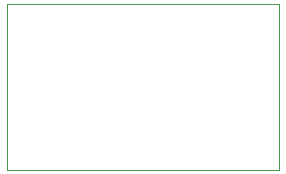
<source format=gbr>
%TF.GenerationSoftware,KiCad,Pcbnew,9.0.5*%
%TF.CreationDate,2026-01-12T11:34:36-06:00*%
%TF.ProjectId,Modulo LIFI,4d6f6475-6c6f-4204-9c49-46492e6b6963,rev?*%
%TF.SameCoordinates,Original*%
%TF.FileFunction,Profile,NP*%
%FSLAX46Y46*%
G04 Gerber Fmt 4.6, Leading zero omitted, Abs format (unit mm)*
G04 Created by KiCad (PCBNEW 9.0.5) date 2026-01-12 11:34:36*
%MOMM*%
%LPD*%
G01*
G04 APERTURE LIST*
%TA.AperFunction,Profile*%
%ADD10C,0.050000*%
%TD*%
G04 APERTURE END LIST*
D10*
X1590000Y-1750000D02*
X24590000Y-1750000D01*
X24590000Y-15750000D01*
X1590000Y-15750000D01*
X1590000Y-1750000D01*
M02*

</source>
